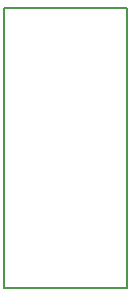
<source format=gko>
G04 #@! TF.GenerationSoftware,KiCad,Pcbnew,5.0.1-33cea8e~68~ubuntu16.04.1*
G04 #@! TF.CreationDate,2018-11-03T20:43:03+01:00*
G04 #@! TF.ProjectId,drone_psu,64726F6E655F7073752E6B696361645F,rev?*
G04 #@! TF.SameCoordinates,Original*
G04 #@! TF.FileFunction,Profile,NP*
%FSLAX46Y46*%
G04 Gerber Fmt 4.6, Leading zero omitted, Abs format (unit mm)*
G04 Created by KiCad (PCBNEW 5.0.1-33cea8e~68~ubuntu16.04.1) date lör  3 nov 2018 20:43:03*
%MOMM*%
%LPD*%
G01*
G04 APERTURE LIST*
%ADD10C,0.200000*%
G04 APERTURE END LIST*
D10*
X113000000Y-133700000D02*
X113000000Y-110000000D01*
X123400000Y-133700000D02*
X113000000Y-133700000D01*
X123400000Y-110000000D02*
X123400000Y-133700000D01*
X113000000Y-110000000D02*
X123400000Y-110000000D01*
M02*

</source>
